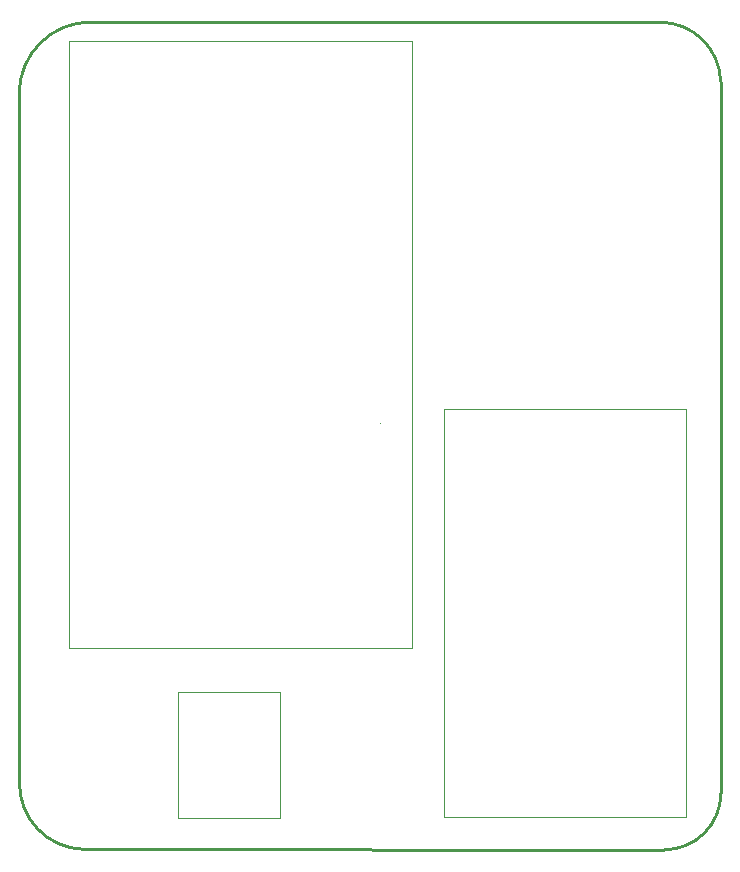
<source format=gbr>
%TF.GenerationSoftware,Altium Limited,Altium Designer,22.1.2 (22)*%
G04 Layer_Color=32768*
%FSLAX26Y26*%
%MOIN*%
%TF.SameCoordinates,3D441875-7E2E-40EE-9B33-20ED1D9A15A1*%
%TF.FilePolarity,Positive*%
%TF.FileFunction,Other,Document*%
%TF.Part,Single*%
G01*
G75*
%TA.AperFunction,NonConductor*%
%ADD36C,0.010000*%
%ADD37C,0.001968*%
%ADD38C,0.000100*%
D36*
X1001529Y1336992D02*
G03*
X1215717Y1111530I219825J-5637D01*
G01*
X3151248Y1110415D02*
G03*
X3339559Y1298727I0J188311D01*
G01*
X3338754Y3670877D02*
G03*
X3136566Y3868809I-202188J-4302D01*
G01*
X1240000Y3869538D02*
G03*
X1000415Y3629954I0J-239585D01*
G01*
X1240000Y3869538D02*
X3136566Y3868809D01*
X3338754Y3670877D02*
X3339559Y1298727D01*
X1000415Y3629954D02*
X1001529Y1336992D01*
X1215717Y1111530D02*
X3151248Y1110415D01*
D37*
X1167953Y3807795D02*
X2310079D01*
Y1782205D02*
Y3807795D01*
X1167953Y1782205D02*
X2310079D01*
X1167953D02*
Y3807795D01*
X3223543Y1220866D02*
Y2579134D01*
X2416457D02*
X3223543D01*
X2416457Y1220866D02*
Y2579134D01*
Y1220866D02*
X3223543D01*
X1528740Y1215158D02*
Y1634842D01*
X1871260D01*
Y1215158D02*
Y1634842D01*
X1528740Y1215158D02*
X1871260D01*
D38*
X2204951Y2533079D02*
X2204971Y2533099D01*
%TF.MD5,fd136006d90ed3e1c3e20476a17e34c5*%
M02*

</source>
